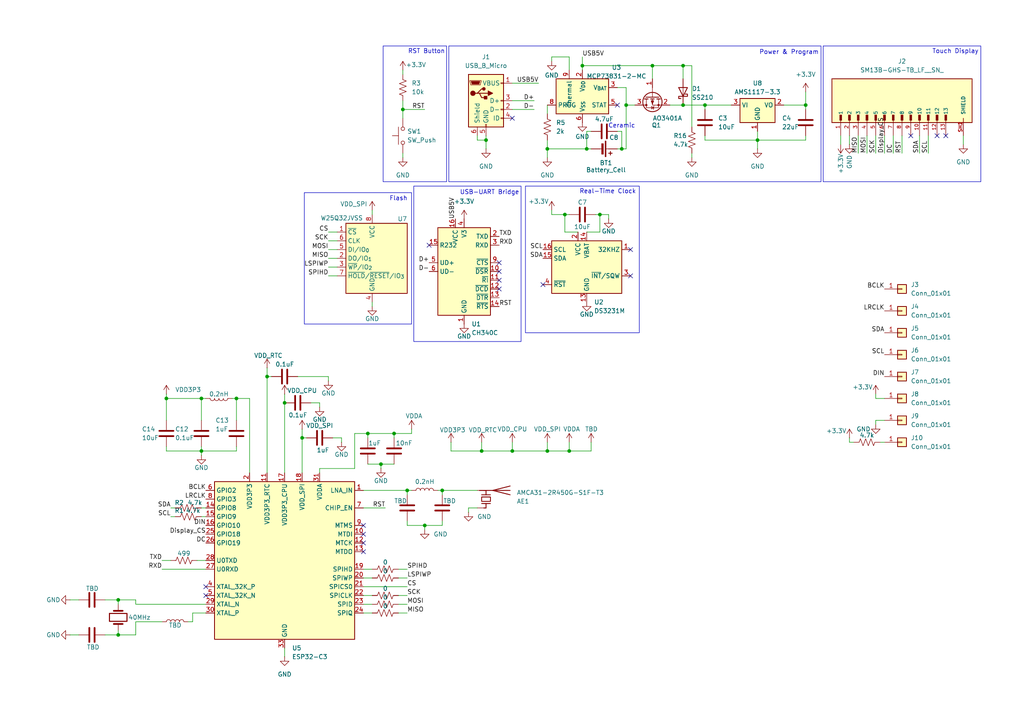
<source format=kicad_sch>
(kicad_sch (version 20250114) (generator "eeschema") (generator_version "9.0")
  (paper "A4")
  (rectangle (start 130.175 13.335) (end 238.125 52.705))
  (rectangle (start 120.015 53.975) (end 151.13 99.06))
  (rectangle (start 238.76 13.335) (end 284.48 52.705))
  (rectangle (start 88.265 55.88) (end 119.38 93.98))
  (rectangle (start 111.125 13.335) (end 129.54 52.705))
  (rectangle (start 152.4 53.975) (end 185.42 96.52))
  (text "Flash" (at 115.57 57.658 0) (effects (font (size 1.27 1.27))))
  (text "USB-UART Bridge" (at 141.986 55.88 0) (effects (font (size 1.27 1.27))))
  (text "Touch Display" (at 277.114 14.986 0) (effects (font (size 1.27 1.27))))
  (text "Power & Program" (at 228.854 15.24 0) (effects (font (size 1.27 1.27))))
  (text "Real-Time Clock" (at 176.276 55.626 0) (effects (font (size 1.27 1.27))))
  (text "Ceramic\n" (at 180.34 36.576 0) (effects (font (size 1.27 1.27))))
  (text "RST Button\n" (at 123.698 14.986 0) (effects (font (size 1.27 1.27))))
  (junction (at 34.29 184.15))
  (junction (at 118.11 142.24))
  (junction (at 68.58 115.57))
  (junction (at 165.1 130.81))
  (junction (at 163.83 62.23))
  (junction (at 170.18 43.18))
  (junction (at 139.7 130.81))
  (junction (at 123.19 152.4))
  (junction (at 198.12 19.05))
  (junction (at 173.99 62.23))
  (junction (at 77.47 109.22))
  (junction (at 140.97 40.64))
  (junction (at 204.47 30.48))
  (junction (at 110.49 134.62))
  (junction (at 58.42 115.57))
  (junction (at 87.63 127))
  (junction (at 158.75 43.18))
  (junction (at 233.68 30.48))
  (junction (at 48.26 115.57))
  (junction (at 116.84 31.75))
  (junction (at 106.68 125.73))
  (junction (at 128.27 142.24))
  (junction (at 148.59 130.81))
  (junction (at 168.91 19.05))
  (junction (at 158.75 130.81))
  (junction (at 180.34 43.18))
  (junction (at 34.29 173.99))
  (junction (at 82.55 116.84))
  (junction (at 198.12 30.48))
  (junction (at 58.42 130.81))
  (junction (at 181.61 30.48))
  (junction (at 189.23 19.05))
  (junction (at 219.71 40.64))
  (junction (at 114.3 125.73))
  (no_connect (at 124.46 71.12))
  (no_connect (at 105.41 157.48))
  (no_connect (at 144.78 76.2))
  (no_connect (at 144.78 78.74))
  (no_connect (at 182.88 80.01))
  (no_connect (at 148.59 34.29))
  (no_connect (at 179.07 30.48))
  (no_connect (at 157.48 82.55))
  (no_connect (at 271.78 39.37))
  (no_connect (at 264.16 39.37))
  (no_connect (at 105.41 160.02))
  (no_connect (at 59.69 170.18))
  (no_connect (at 144.78 83.82))
  (no_connect (at 59.69 172.72))
  (no_connect (at 105.41 154.94))
  (no_connect (at 144.78 81.28))
  (no_connect (at 274.32 39.37))
  (no_connect (at 105.41 152.4))
  (no_connect (at 182.88 72.39))
  (wire (pts (xy 48.26 130.81) (xy 58.42 130.81)))
  (wire (pts (xy 148.59 31.75) (xy 154.94 31.75)))
  (wire (pts (xy 198.12 19.05) (xy 198.12 22.86)))
  (wire (pts (xy 68.58 115.57) (xy 72.39 115.57)))
  (wire (pts (xy 95.25 77.47) (xy 97.79 77.47)))
  (wire (pts (xy 160.02 62.23) (xy 163.83 62.23)))
  (wire (pts (xy 200.66 19.05) (xy 198.12 19.05)))
  (wire (pts (xy 57.15 162.56) (xy 59.69 162.56)))
  (wire (pts (xy 138.43 40.64) (xy 140.97 40.64)))
  (wire (pts (xy 227.33 30.48) (xy 233.68 30.48)))
  (wire (pts (xy 168.91 19.05) (xy 168.91 20.32)))
  (wire (pts (xy 107.95 60.96) (xy 107.95 62.23)))
  (wire (pts (xy 233.68 30.48) (xy 233.68 31.75)))
  (wire (pts (xy 176.53 63.5) (xy 176.53 62.23)))
  (wire (pts (xy 106.68 125.73) (xy 106.68 127)))
  (wire (pts (xy 118.11 151.13) (xy 118.11 152.4)))
  (wire (pts (xy 68.58 130.81) (xy 68.58 129.54)))
  (wire (pts (xy 58.42 129.54) (xy 58.42 130.81)))
  (wire (pts (xy 77.47 109.22) (xy 78.74 109.22)))
  (wire (pts (xy 200.66 36.83) (xy 200.66 19.05)))
  (wire (pts (xy 123.19 153.67) (xy 123.19 152.4)))
  (wire (pts (xy 116.84 31.75) (xy 116.84 34.29)))
  (wire (pts (xy 115.57 172.72) (xy 118.11 172.72)))
  (wire (pts (xy 58.42 115.57) (xy 59.69 115.57)))
  (wire (pts (xy 39.37 180.34) (xy 39.37 184.15)))
  (wire (pts (xy 127 142.24) (xy 128.27 142.24)))
  (wire (pts (xy 158.75 130.81) (xy 148.59 130.81)))
  (wire (pts (xy 54.61 180.34) (xy 55.88 180.34)))
  (wire (pts (xy 116.84 31.75) (xy 123.19 31.75)))
  (wire (pts (xy 58.42 147.32) (xy 59.69 147.32)))
  (wire (pts (xy 39.37 175.26) (xy 59.69 175.26)))
  (wire (pts (xy 105.41 165.1) (xy 107.95 165.1)))
  (wire (pts (xy 87.63 127) (xy 87.63 137.16)))
  (wire (pts (xy 106.68 134.62) (xy 110.49 134.62)))
  (wire (pts (xy 173.99 62.23) (xy 172.72 62.23)))
  (wire (pts (xy 165.1 130.81) (xy 158.75 130.81)))
  (wire (pts (xy 34.29 184.15) (xy 39.37 184.15)))
  (wire (pts (xy 194.31 30.48) (xy 198.12 30.48)))
  (wire (pts (xy 86.36 109.22) (xy 95.25 109.22)))
  (wire (pts (xy 170.18 67.31) (xy 173.99 67.31)))
  (wire (pts (xy 233.68 26.67) (xy 233.68 30.48)))
  (wire (pts (xy 95.25 80.01) (xy 97.79 80.01)))
  (wire (pts (xy 46.99 180.34) (xy 39.37 180.34)))
  (wire (pts (xy 96.52 127) (xy 99.06 127)))
  (wire (pts (xy 254 39.37) (xy 254 44.45)))
  (wire (pts (xy 189.23 19.05) (xy 198.12 19.05)))
  (wire (pts (xy 49.53 147.32) (xy 50.8 147.32)))
  (wire (pts (xy 165.1 16.51) (xy 160.02 16.51)))
  (wire (pts (xy 82.55 116.84) (xy 82.55 137.16)))
  (wire (pts (xy 95.25 72.39) (xy 97.79 72.39)))
  (wire (pts (xy 255.27 128.27) (xy 256.54 128.27)))
  (wire (pts (xy 139.7 130.81) (xy 130.81 130.81)))
  (wire (pts (xy 171.45 43.18) (xy 170.18 43.18)))
  (wire (pts (xy 165.1 128.27) (xy 165.1 130.81)))
  (wire (pts (xy 48.26 115.57) (xy 58.42 115.57)))
  (wire (pts (xy 181.61 30.48) (xy 184.15 30.48)))
  (wire (pts (xy 181.61 25.4) (xy 181.61 30.48)))
  (wire (pts (xy 180.34 38.1) (xy 180.34 43.18)))
  (wire (pts (xy 105.41 167.64) (xy 107.95 167.64)))
  (wire (pts (xy 168.91 16.51) (xy 168.91 19.05)))
  (wire (pts (xy 82.55 187.96) (xy 82.55 190.5)))
  (wire (pts (xy 99.06 128.27) (xy 99.06 127)))
  (wire (pts (xy 269.24 39.37) (xy 269.24 44.45)))
  (wire (pts (xy 118.11 152.4) (xy 123.19 152.4)))
  (wire (pts (xy 135.89 147.32) (xy 135.89 148.59)))
  (wire (pts (xy 128.27 142.24) (xy 138.43 142.24)))
  (wire (pts (xy 105.41 170.18) (xy 118.11 170.18)))
  (wire (pts (xy 46.99 162.56) (xy 49.53 162.56)))
  (wire (pts (xy 168.91 19.05) (xy 189.23 19.05)))
  (wire (pts (xy 118.11 142.24) (xy 118.11 143.51)))
  (wire (pts (xy 219.71 40.64) (xy 233.68 40.64)))
  (wire (pts (xy 171.45 130.81) (xy 165.1 130.81)))
  (wire (pts (xy 115.57 165.1) (xy 118.11 165.1)))
  (wire (pts (xy 48.26 129.54) (xy 48.26 130.81)))
  (wire (pts (xy 95.25 67.31) (xy 97.79 67.31)))
  (wire (pts (xy 105.41 175.26) (xy 107.95 175.26)))
  (wire (pts (xy 148.59 29.21) (xy 154.94 29.21)))
  (wire (pts (xy 160.02 62.23) (xy 160.02 60.96)))
  (wire (pts (xy 128.27 142.24) (xy 128.27 143.51)))
  (wire (pts (xy 248.92 39.37) (xy 248.92 44.45)))
  (wire (pts (xy 92.71 135.89) (xy 92.71 137.16)))
  (wire (pts (xy 82.55 114.3) (xy 82.55 116.84)))
  (wire (pts (xy 30.48 173.99) (xy 34.29 173.99)))
  (wire (pts (xy 20.32 173.99) (xy 22.86 173.99)))
  (wire (pts (xy 115.57 177.8) (xy 118.11 177.8)))
  (wire (pts (xy 34.29 182.88) (xy 34.29 184.15)))
  (wire (pts (xy 20.32 184.15) (xy 22.86 184.15)))
  (wire (pts (xy 140.97 40.64) (xy 140.97 43.18)))
  (wire (pts (xy 158.75 128.27) (xy 158.75 130.81)))
  (wire (pts (xy 55.88 177.8) (xy 59.69 177.8)))
  (wire (pts (xy 114.3 125.73) (xy 114.3 127)))
  (wire (pts (xy 256.54 39.37) (xy 256.54 44.45)))
  (wire (pts (xy 39.37 173.99) (xy 34.29 173.99)))
  (wire (pts (xy 58.42 149.86) (xy 59.69 149.86)))
  (wire (pts (xy 259.08 39.37) (xy 259.08 44.45)))
  (wire (pts (xy 106.68 125.73) (xy 114.3 125.73)))
  (wire (pts (xy 266.7 39.37) (xy 266.7 44.45)))
  (wire (pts (xy 58.42 121.92) (xy 58.42 115.57)))
  (wire (pts (xy 92.71 116.84) (xy 92.71 118.11)))
  (wire (pts (xy 72.39 115.57) (xy 72.39 137.16)))
  (wire (pts (xy 163.83 62.23) (xy 165.1 62.23)))
  (wire (pts (xy 105.41 147.32) (xy 111.76 147.32)))
  (wire (pts (xy 170.18 43.18) (xy 158.75 43.18)))
  (wire (pts (xy 102.87 125.73) (xy 106.68 125.73)))
  (wire (pts (xy 46.99 165.1) (xy 59.69 165.1)))
  (wire (pts (xy 77.47 106.68) (xy 77.47 109.22)))
  (wire (pts (xy 171.45 38.1) (xy 170.18 38.1)))
  (wire (pts (xy 165.1 20.32) (xy 165.1 16.51)))
  (wire (pts (xy 158.75 40.64) (xy 158.75 43.18)))
  (wire (pts (xy 48.26 121.92) (xy 48.26 115.57)))
  (wire (pts (xy 233.68 39.37) (xy 233.68 40.64)))
  (wire (pts (xy 212.09 30.48) (xy 204.47 30.48)))
  (wire (pts (xy 110.49 134.62) (xy 110.49 135.89)))
  (wire (pts (xy 179.07 38.1) (xy 180.34 38.1)))
  (wire (pts (xy 115.57 167.64) (xy 118.11 167.64)))
  (wire (pts (xy 114.3 125.73) (xy 119.38 125.73)))
  (wire (pts (xy 160.02 16.51) (xy 160.02 17.78)))
  (wire (pts (xy 170.18 38.1) (xy 170.18 43.18)))
  (wire (pts (xy 246.38 128.27) (xy 247.65 128.27)))
  (wire (pts (xy 68.58 130.81) (xy 58.42 130.81)))
  (wire (pts (xy 204.47 30.48) (xy 204.47 31.75)))
  (wire (pts (xy 148.59 130.81) (xy 139.7 130.81)))
  (wire (pts (xy 171.45 128.27) (xy 171.45 130.81)))
  (wire (pts (xy 181.61 30.48) (xy 181.61 43.18)))
  (wire (pts (xy 77.47 109.22) (xy 77.47 137.16)))
  (wire (pts (xy 128.27 151.13) (xy 128.27 152.4)))
  (wire (pts (xy 279.4 39.37) (xy 279.4 41.91)))
  (wire (pts (xy 107.95 87.63) (xy 107.95 88.9)))
  (wire (pts (xy 198.12 30.48) (xy 204.47 30.48)))
  (wire (pts (xy 105.41 172.72) (xy 107.95 172.72)))
  (wire (pts (xy 87.63 127) (xy 88.9 127)))
  (wire (pts (xy 254 115.57) (xy 254 114.3)))
  (wire (pts (xy 105.41 177.8) (xy 107.95 177.8)))
  (wire (pts (xy 92.71 135.89) (xy 102.87 135.89)))
  (wire (pts (xy 148.59 24.13) (xy 156.21 24.13)))
  (wire (pts (xy 163.83 67.31) (xy 163.83 62.23)))
  (wire (pts (xy 116.84 20.32) (xy 116.84 21.59)))
  (wire (pts (xy 158.75 30.48) (xy 158.75 33.02)))
  (wire (pts (xy 110.49 134.62) (xy 114.3 134.62)))
  (wire (pts (xy 48.26 114.3) (xy 48.26 115.57)))
  (wire (pts (xy 87.63 124.46) (xy 87.63 127)))
  (wire (pts (xy 219.71 38.1) (xy 219.71 40.64)))
  (wire (pts (xy 90.17 116.84) (xy 92.71 116.84)))
  (wire (pts (xy 256.54 121.92) (xy 254 121.92)))
  (wire (pts (xy 58.42 130.81) (xy 58.42 132.08)))
  (wire (pts (xy 119.38 125.73) (xy 119.38 124.46)))
  (wire (pts (xy 200.66 44.45) (xy 200.66 45.72)))
  (wire (pts (xy 158.75 43.18) (xy 158.75 45.72)))
  (wire (pts (xy 34.29 175.26) (xy 34.29 173.99)))
  (wire (pts (xy 130.81 128.27) (xy 130.81 130.81)))
  (wire (pts (xy 95.25 69.85) (xy 97.79 69.85)))
  (wire (pts (xy 167.64 67.31) (xy 163.83 67.31)))
  (wire (pts (xy 39.37 175.26) (xy 39.37 173.99)))
  (wire (pts (xy 181.61 25.4) (xy 179.07 25.4)))
  (wire (pts (xy 219.71 40.64) (xy 219.71 43.18)))
  (wire (pts (xy 67.31 115.57) (xy 68.58 115.57)))
  (wire (pts (xy 116.84 44.45) (xy 116.84 45.72)))
  (wire (pts (xy 173.99 67.31) (xy 173.99 62.23)))
  (wire (pts (xy 138.43 39.37) (xy 138.43 40.64)))
  (wire (pts (xy 102.87 135.89) (xy 102.87 125.73)))
  (wire (pts (xy 243.84 39.37) (xy 243.84 41.91)))
  (wire (pts (xy 261.62 39.37) (xy 261.62 44.45)))
  (wire (pts (xy 115.57 175.26) (xy 118.11 175.26)))
  (wire (pts (xy 148.59 128.27) (xy 148.59 130.81)))
  (wire (pts (xy 246.38 127) (xy 246.38 128.27)))
  (wire (pts (xy 256.54 115.57) (xy 254 115.57)))
  (wire (pts (xy 68.58 115.57) (xy 68.58 121.92)))
  (wire (pts (xy 180.34 43.18) (xy 181.61 43.18)))
  (wire (pts (xy 140.97 39.37) (xy 140.97 40.64)))
  (wire (pts (xy 176.53 62.23) (xy 173.99 62.23)))
  (wire (pts (xy 204.47 39.37) (xy 204.47 40.64)))
  (wire (pts (xy 204.47 40.64) (xy 219.71 40.64)))
  (wire (pts (xy 254 121.92) (xy 254 123.19)))
  (wire (pts (xy 251.46 39.37) (xy 251.46 44.45)))
  (wire (pts (xy 95.25 74.93) (xy 97.79 74.93)))
  (wire (pts (xy 189.23 19.05) (xy 189.23 22.86)))
  (wire (pts (xy 55.88 180.34) (xy 55.88 177.8)))
  (wire (pts (xy 179.07 43.18) (xy 180.34 43.18)))
  (wire (pts (xy 49.53 149.86) (xy 50.8 149.86)))
  (wire (pts (xy 128.27 152.4) (xy 123.19 152.4)))
  (wire (pts (xy 105.41 142.24) (xy 118.11 142.24)))
  (wire (pts (xy 138.43 147.32) (xy 135.89 147.32)))
  (wire (pts (xy 30.48 184.15) (xy 34.29 184.15)))
  (wire (pts (xy 246.38 39.37) (xy 246.38 41.91)))
  (wire (pts (xy 116.84 29.21) (xy 116.84 31.75)))
  (wire (pts (xy 95.25 109.22) (xy 95.25 110.49)))
  (wire (pts (xy 118.11 142.24) (xy 119.38 142.24)))
  (wire (pts (xy 139.7 128.27) (xy 139.7 130.81)))
  (label "DC" (at 259.08 44.45 90))
  (label "MOSI" (at 251.46 44.45 90))
  (label "BCLK" (at 256.54 83.82 180))
  (label "SDA" (at 49.53 147.32 180))
  (label "SCK" (at 254 44.45 90))
  (label "MOSI" (at 95.25 72.39 180))
  (label "RXD" (at 144.78 71.12 0))
  (label "MISO" (at 248.92 44.45 90))
  (label "USB5V" (at 132.08 63.5 90))
  (label "SDA" (at 157.48 74.93 180))
  (label "LSPIWP" (at 95.25 77.47 180))
  (label "LRCLK" (at 59.69 144.78 180))
  (label "SCK" (at 95.25 69.85 180))
  (label "RXD" (at 46.99 165.1 180))
  (label "CS" (at 118.11 170.18 0))
  (label "LSPIWP" (at 118.11 167.64 0))
  (label "RST" (at 111.76 147.32 180))
  (label "RST" (at 144.78 88.9 0))
  (label "SPIHD" (at 118.11 165.1 0))
  (label "SCL" (at 269.24 44.45 90))
  (label "MOSI" (at 118.11 175.26 0))
  (label "MISO" (at 95.25 74.93 180))
  (label "BCLK" (at 59.69 142.24 180))
  (label "MISO" (at 118.11 177.8 0))
  (label "USB5V" (at 156.21 24.13 180))
  (label "SPIHD" (at 95.25 80.01 180))
  (label "SDA" (at 266.7 44.45 90))
  (label "TXD" (at 144.78 68.58 0))
  (label "DIN" (at 59.69 152.4 180))
  (label "Display_CS" (at 256.54 44.45 90))
  (label "D+" (at 124.46 76.2 180))
  (label "D+" (at 154.94 29.21 180))
  (label "TXD" (at 46.99 162.56 180))
  (label "SDA" (at 256.54 96.52 180))
  (label "SCL" (at 49.53 149.86 180))
  (label "DC" (at 59.69 157.48 180))
  (label "SCL" (at 256.54 102.87 180))
  (label "D-" (at 154.94 31.75 180))
  (label "SCK" (at 118.11 172.72 0))
  (label "LRCLK" (at 256.54 90.17 180))
  (label "RST" (at 261.62 44.45 90))
  (label "RST" (at 123.19 31.75 180))
  (label "SCL" (at 157.48 72.39 180))
  (label "DIN" (at 256.54 109.22 180))
  (label "USB5V" (at 168.91 16.51 0))
  (label "Display_CS" (at 59.69 154.94 180))
  (label "CS" (at 95.25 67.31 180))
  (label "D-" (at 124.46 78.74 180))
  (symbol (lib_id "Connector_Generic:Conn_01x01") (at 261.62 83.82 0) (unit 1)
    (property "Reference" "J3" (at 264.16 82.5499 0) (effects (justify left)))
    (property "Value" "Conn_01x01" (at 264.16 85.0899 0) (effects (justify left)))
    (property "Footprint" "Imports:1mm Pad" (effects (hide yes)))
    (property "Description" "Generic connector, single row, 01x01, script generated (kicad-library-utils/schlib/autogen/connector/)" (effects (hide yes)))
  )
  (symbol (lib_id "power:GND") (at 246.38 41.91 0) (unit 1)
    (property "Reference" "#PWR05" (effects (hide yes)))
    (property "Value" "GND" (at 246.38 46.99 90))
    (property "Description" "Power symbol creates a global label with name \"GND\" , ground" (effects (hide yes)))
  )
  (symbol (lib_id "power:GND") (at 176.53 63.5 0) (unit 1)
    (property "Reference" "#PWR051" (effects (hide yes)))
    (property "Value" "GND" (at 176.53 67.056 0))
    (property "Description" "Power symbol creates a global label with name \"GND\" , ground" (effects (hide yes)))
  )
  (symbol (lib_id "Device:C") (at 68.58 125.73 0) (unit 1)
    (property "Reference" "C13" (at 62.484 121.92 0) (effects (justify left)))
    (property "Value" "1uF" (at 62.484 124.46 0) (effects (justify left)))
    (property "Footprint" "Capacitor_SMD:C_0402_1005Metric" (effects (hide yes)))
    (property "Description" "Unpolarized capacitor" (effects (hide yes)))
  )
  (symbol (lib_id "Connector_Generic:Conn_01x01") (at 261.62 115.57 0) (unit 1)
    (property "Reference" "J8" (at 264.16 114.2999 0) (effects (justify left)))
    (property "Value" "Conn_01x01" (at 264.16 116.8399 0) (effects (justify left)))
    (property "Footprint" "Imports:1mm Pad" (effects (hide yes)))
    (property "Description" "Generic connector, single row, 01x01, script generated (kicad-library-utils/schlib/autogen/connector/)" (effects (hide yes)))
  )
  (symbol (lib_id "Connector_Generic:Conn_01x01") (at 261.62 128.27 0) (unit 1)
    (property "Reference" "J10" (at 264.16 126.9999 0) (effects (justify left)))
    (property "Value" "Conn_01x01" (at 264.16 129.5399 0) (effects (justify left)))
    (property "Footprint" "Imports:1mm Pad" (effects (hide yes)))
    (property "Description" "Generic connector, single row, 01x01, script generated (kicad-library-utils/schlib/autogen/connector/)" (effects (hide yes)))
  )
  (symbol (lib_id "power:GND") (at 123.19 153.67 0) (unit 1)
    (property "Reference" "#PWR012" (effects (hide yes)))
    (property "Value" "GND" (at 125.73 154.9399 0) (effects (justify left)))
    (property "Description" "Power symbol creates a global label with name \"GND\" , ground" (effects (hide yes)))
  )
  (symbol (lib_id "power:GND") (at 170.18 87.63 0) (unit 1)
    (property "Reference" "#PWR052" (effects (hide yes)))
    (property "Value" "GND" (at 170.18 91.186 0))
    (property "Description" "Power symbol creates a global label with name \"GND\" , ground" (effects (hide yes)))
  )
  (symbol (lib_id "Timer_RTC:DS3231M") (at 170.18 77.47 0) (unit 1)
    (property "Reference" "U2" (at 172.3233 87.63 0) (effects (justify left)))
    (property "Value" "DS3231M" (at 172.3233 90.17 0) (effects (justify left)))
    (property "Footprint" "Package_SO:SOIC-16W_7.5x10.3mm_P1.27mm" (effects (hide yes)))
    (property "Datasheet" "http://datasheets.maximintegrated.com/en/ds/DS3231.pdf" (effects (hide yes)))
    (property "Description" "Extremely Accurate I2C-Integrated RTC/TCXO/Crystal SOIC-16" (effects (hide yes)))
  )
  (symbol (lib_id "Device:C") (at 48.26 125.73 0) (unit 1)
    (property "Reference" "C14" (at 41.148 124.46 0) (effects (justify left)))
    (property "Value" "10uF" (at 41.148 127 0) (effects (justify left)))
    (property "Footprint" "Capacitor_SMD:C_0402_1005Metric" (effects (hide yes)))
    (property "Description" "Unpolarized capacitor" (effects (hide yes)))
  )
  (symbol (lib_id "power:GND") (at 58.42 132.08 0) (unit 1)
    (property "Reference" "#PWR032" (effects (hide yes)))
    (property "Value" "GND" (at 58.42 135.636 0))
    (property "Description" "Power symbol creates a global label with name \"GND\" , ground" (effects (hide yes)))
  )
  (symbol (lib_id "Imports:MCP73831-2-MC") (at 168.91 27.94 0) (unit 1)
    (property "Reference" "U3" (at 178.816 19.558 0))
    (property "Value" "MCP73831-2-MC" (at 178.816 22.098 0))
    (property "Footprint" "Package_DFN_QFN:DFN-8-1EP_3x2mm_P0.5mm_EP1.7x1.4mm" (effects (hide yes)))
    (property "Datasheet" "http://ww1.microchip.com/downloads/en/DeviceDoc/20001984g.pdf" (effects (hide yes)))
    (property "Description" "Single cell, Li-Ion/Li-Po charge management controller, 4.20V, Tri-State Status Output, in DFN-8 package" (effects (hide yes)))
  )
  (symbol (lib_id "power:+3.3V") (at 165.1 128.27 0) (unit 1)
    (property "Reference" "#PWR049" (effects (hide yes)))
    (property "Value" "VDDA" (at 163.322 124.46 0) (effects (justify left)))
    (property "Description" "Power symbol creates a global label with name \"+3.3V\"" (effects (hide yes)))
  )
  (symbol (lib_id "Device:C") (at 168.91 62.23 270) (unit 1)
    (property "Reference" "C7" (at 168.91 58.674 90))
    (property "Value" "10uF" (at 168.91 65.786 90))
    (property "Footprint" "Capacitor_SMD:C_0402_1005Metric" (effects (hide yes)))
    (property "Description" "Unpolarized capacitor" (effects (hide yes)))
  )
  (symbol (lib_id "Device:C") (at 175.26 38.1 270) (unit 1)
    (property "Reference" "C8" (at 178.054 39.878 90))
    (property "Value" "4.7uF" (at 175.26 34.544 90))
    (property "Footprint" "Capacitor_SMD:C_0402_1005Metric" (effects (hide yes)))
    (property "Description" "Unpolarized capacitor" (effects (hide yes)))
  )
  (symbol (lib_id "power:+3.3V") (at 82.55 114.3 0) (unit 1)
    (property "Reference" "#PWR036" (effects (hide yes)))
    (property "Value" "VDD_CPU" (at 87.63 113.284 0))
    (property "Description" "Power symbol creates a global label with name \"+3.3V\"" (effects (hide yes)))
  )
  (symbol (lib_id "Device:C") (at 58.42 125.73 0) (unit 1)
    (property "Reference" "C12" (at 50.8 124.46 0) (effects (justify left)))
    (property "Value" "0.1uF" (at 50.8 127 0) (effects (justify left)))
    (property "Footprint" "Capacitor_SMD:C_0402_1005Metric" (effects (hide yes)))
    (property "Description" "Unpolarized capacitor" (effects (hide yes)))
  )
  (symbol (lib_id "Device:C") (at 204.47 35.56 0) (unit 1)
    (property "Reference" "C3" (at 208.28 34.2899 0) (effects (justify left)))
    (property "Value" "10uF" (at 208.28 36.8299 0) (effects (justify left)))
    (property "Footprint" "Capacitor_SMD:C_0402_1005Metric" (effects (hide yes)))
    (property "Description" "Unpolarized capacitor" (effects (hide yes)))
  )
  (symbol (lib_id "Device:R_US") (at 54.61 149.86 90) (unit 1)
    (property "Reference" "R1" (at 53.34 148.082 90) (effects (justify left)))
    (property "Value" "4.7k" (at 58.166 148.082 90) (effects (justify left)))
    (property "Footprint" "Resistor_SMD:R_0402_1005Metric" (effects (hide yes)))
    (property "Description" "Resistor, US symbol" (effects (hide yes)))
  )
  (symbol (lib_id "Device:R_US") (at 200.66 40.64 0) (unit 1)
    (property "Reference" "R16" (at 195.326 39.37 0) (effects (justify left)))
    (property "Value" "4.7k" (at 195.326 41.91 0) (effects (justify left)))
    (property "Footprint" "Resistor_SMD:R_0402_1005Metric" (effects (hide yes)))
    (property "Description" "Resistor, US symbol" (effects (hide yes)))
  )
  (symbol (lib_id "Memory_Flash:W25Q32JVSS") (at 107.95 74.93 0) (unit 1)
    (property "Reference" "U7" (at 115.316 63.5 0) (effects (justify left)))
    (property "Value" "W25Q32JVSS" (at 92.964 63.246 0) (effects (justify left)))
    (property "Footprint" "Package_SO:SOIC-8_5.3x5.3mm_P1.27mm" (effects (hide yes)))
    (property "Datasheet" "http://www.winbond.com/resource-files/w25q32jv%20revg%2003272018%20plus.pdf" (effects (hide yes)))
    (property "Description" "32Mbit / 4MiB Serial Flash Memory, Standard/Dual/Quad SPI, 2.7-3.6V, SOIC-8 (208 mil)" (effects (hide yes)))
  )
  (symbol (lib_id "power:+3.3V") (at 130.81 128.27 0) (unit 1)
    (property "Reference" "#PWR048" (effects (hide yes)))
    (property "Value" "VDD3P3" (at 127.508 124.714 0) (effects (justify left)))
    (property "Description" "Power symbol creates a global label with name \"+3.3V\"" (effects (hide yes)))
  )
  (symbol (lib_id "Device:Battery_Cell") (at 173.99 43.18 270) (unit 1)
    (property "Reference" "BT1" (at 175.768 47.244 90))
    (property "Value" "Battery_Cell" (at 175.768 49.276 90))
    (property "Footprint" "Connector_PinHeader_1.00mm:PinHeader_1x02_P1.00mm_Vertical" (effects (hide yes)))
    (property "Description" "Single-cell battery" (effects (hide yes)))
  )
  (symbol (lib_id "Diode:SS210") (at 198.12 26.67 90) (unit 1)
    (property "Reference" "D1" (at 200.66 25.7174 90) (effects (justify right)))
    (property "Value" "SS210" (at 200.66 28.2574 90) (effects (justify right)))
    (property "Footprint" "Diode_SMD:D_SMA" (effects (hide yes)))
    (property "Datasheet" "https://www.wontop.com/uploadfiles/56/sort_excel/pdf/ss22.pdf" (effects (hide yes)))
    (property "Description" "100V 2A Schottky Diode, SMA" (effects (hide yes)))
  )
  (symbol (lib_id "power:GND") (at 99.06 128.27 0) (unit 1)
    (property "Reference" "#PWR038" (effects (hide yes)))
    (property "Value" "GND" (at 99.06 131.826 0))
    (property "Description" "Power symbol creates a global label with name \"GND\" , ground" (effects (hide yes)))
  )
  (symbol (lib_id "Regulator_Linear:AMS1117-3.3") (at 219.71 30.48 0) (unit 1)
    (property "Reference" "U8" (at 219.71 24.13 0))
    (property "Value" "AMS1117-3.3" (at 219.71 26.67 0))
    (property "Footprint" "Package_TO_SOT_SMD:SOT-223-3_TabPin2" (effects (hide yes)))
    (property "Datasheet" "http://www.advanced-monolithic.com/pdf/ds1117.pdf" (effects (hide yes)))
    (property "Description" "1A Low Dropout regulator, positive, 3.3V fixed output, SOT-223" (effects (hide yes)))
  )
  (symbol (lib_id "power:+3.3V") (at 77.47 106.68 0) (unit 1)
    (property "Reference" "#PWR033" (effects (hide yes)))
    (property "Value" "VDD_RTC" (at 73.66 103.124 0) (effects (justify left)))
    (property "Description" "Power symbol creates a global label with name \"+3.3V\"" (effects (hide yes)))
  )
  (symbol (lib_id "MCU_Espressif:ESP32-C3") (at 82.55 162.56 0) (unit 1)
    (property "Reference" "U5" (at 84.6933 187.96 0) (effects (justify left)))
    (property "Value" "ESP32-C3" (at 84.6933 190.5 0) (effects (justify left)))
    (property "Footprint" "Package_DFN_QFN:QFN-32-1EP_5x5mm_P0.5mm_EP3.7x3.7mm" (effects (hide yes)))
    (property "Datasheet" "https://www.espressif.com/sites/default/files/documentation/esp32-c3_datasheet_en.pdf" (effects (hide yes)))
    (property "Description" "RF Module, ESP32 SoC, RISC-V, WiFi 802.11b/n/g, Bluetooth LE 5, QFN32" (effects (hide yes)))
  )
  (symbol (lib_id "Device:C") (at 128.27 147.32 0) (unit 1)
    (property "Reference" "C11" (effects (hide yes)))
    (property "Value" "TBD" (at 128.524 145.288 0) (effects (justify left)))
    (property "Footprint" "Capacitor_SMD:C_0402_1005Metric" (effects (hide yes)))
    (property "Description" "Unpolarized capacitor" (effects (hide yes)))
  )
  (symbol (lib_id "Device:C") (at 233.68 35.56 180) (unit 1)
    (property "Reference" "C4" (at 226.822 34.29 0) (effects (justify right)))
    (property "Value" "22uF" (at 226.822 36.83 0) (effects (justify right)))
    (property "Footprint" "Capacitor_SMD:C_0402_1005Metric" (effects (hide yes)))
    (property "Description" "Unpolarized capacitor" (effects (hide yes)))
  )
  (symbol (lib_id "power:GND") (at 110.49 135.89 0) (unit 1)
    (property "Reference" "#PWR040" (effects (hide yes)))
    (property "Value" "GND" (at 110.49 139.446 0))
    (property "Description" "Power symbol creates a global label with name \"GND\" , ground" (effects (hide yes)))
  )
  (symbol (lib_id "Device:C") (at 106.68 130.81 180) (unit 1)
    (property "Reference" "C18" (effects (hide yes)))
    (property "Value" "1uF" (at 110.49 128.524 0) (effects (justify left)))
    (property "Footprint" "Capacitor_SMD:C_0402_1005Metric" (effects (hide yes)))
    (property "Description" "Unpolarized capacitor" (effects (hide yes)))
  )
  (symbol (lib_id "Connector_Generic:Conn_01x01") (at 261.62 121.92 0) (unit 1)
    (property "Reference" "J9" (at 264.16 120.6499 0) (effects (justify left)))
    (property "Value" "Conn_01x01" (at 264.16 123.1899 0) (effects (justify left)))
    (property "Footprint" "Imports:1mm Pad" (effects (hide yes)))
    (property "Description" "Generic connector, single row, 01x01, script generated (kicad-library-utils/schlib/autogen/connector/)" (effects (hide yes)))
  )
  (symbol (lib_id "power:GND") (at 82.55 190.5 0) (unit 1)
    (property "Reference" "#PWR023" (effects (hide yes)))
    (property "Value" "GND" (at 82.55 195.58 0))
    (property "Description" "Power symbol creates a global label with name \"GND\" , ground" (effects (hide yes)))
  )
  (symbol (lib_id "power:+3.3V") (at 171.45 128.27 0) (unit 1)
    (property "Reference" "#PWR050" (effects (hide yes)))
    (property "Value" "TBD" (at 169.672 124.46 0) (effects (justify left)))
    (property "Description" "Power symbol creates a global label with name \"+3.3V\"" (effects (hide yes)))
  )
  (symbol (lib_id "power:GND") (at 20.32 184.15 270) (unit 1)
    (property "Reference" "#PWR044" (effects (hide yes)))
    (property "Value" "GND" (at 17.526 184.15 90) (effects (justify right)))
    (property "Description" "Power symbol creates a global label with name \"GND\" , ground" (effects (hide yes)))
  )
  (symbol (lib_id "power:GND") (at 135.89 148.59 0) (unit 1)
    (property "Reference" "#PWR055" (effects (hide yes)))
    (property "Value" "GND" (at 138.43 149.8599 0) (effects (justify left)))
    (property "Description" "Power symbol creates a global label with name \"GND\" , ground" (effects (hide yes)))
  )
  (symbol (lib_id "Connector:USB_B_Micro") (at 140.97 29.21 0) (unit 1)
    (property "Reference" "J1" (at 140.97 16.51 0))
    (property "Value" "USB_B_Micro" (at 140.97 19.05 0))
    (property "Footprint" "Connector_USB:USB_Micro-B_Molex-105017-0001" (effects (hide yes)))
    (property "Description" "USB Micro Type B connector" (effects (hide yes)))
  )
  (symbol (lib_id "power:+3.3V") (at 148.59 128.27 0) (unit 1)
    (property "Reference" "#PWR047" (effects (hide yes)))
    (property "Value" "VDD_CPU" (at 148.59 124.46 0))
    (property "Description" "Power symbol creates a global label with name \"+3.3V\"" (effects (hide yes)))
  )
  (symbol (lib_id "power:+3.3V") (at 87.63 124.46 0) (unit 1)
    (property "Reference" "#PWR037" (effects (hide yes)))
    (property "Value" "VDD_SPI" (at 92.71 123.444 0))
    (property "Description" "Power symbol creates a global label with name \"+3.3V\"" (effects (hide yes)))
  )
  (symbol (lib_id "Device:C") (at 118.11 147.32 0) (unit 1)
    (property "Reference" "C10" (effects (hide yes)))
    (property "Value" "TBD" (at 114.3 145.288 0) (effects (justify left)))
    (property "Footprint" "Capacitor_SMD:C_0402_1005Metric" (effects (hide yes)))
    (property "Description" "Unpolarized capacitor" (effects (hide yes)))
  )
  (symbol (lib_id "power:GND") (at 200.66 45.72 0) (unit 1)
    (property "Reference" "#PWR054" (effects (hide yes)))
    (property "Value" "GND" (at 200.66 50.8 0))
    (property "Description" "Power symbol creates a global label with name \"GND\" , ground" (effects (hide yes)))
  )
  (symbol (lib_id "Device:C") (at 92.71 127 90) (unit 1)
    (property "Reference" "C17" (effects (hide yes)))
    (property "Value" "1uF" (at 95.504 130.556 90) (effects (justify left)))
    (property "Footprint" "Capacitor_SMD:C_0402_1005Metric" (effects (hide yes)))
    (property "Description" "Unpolarized capacitor" (effects (hide yes)))
  )
  (symbol (lib_id "Device:C") (at 114.3 130.81 180) (unit 1)
    (property "Reference" "C19" (effects (hide yes)))
    (property "Value" "10nF" (at 119.634 128.524 0) (effects (justify left)))
    (property "Footprint" "Capacitor_SMD:C_0402_1005Metric" (effects (hide yes)))
    (property "Description" "Unpolarized capacitor" (effects (hide yes)))
  )
  (symbol (lib_id "power:+3.3V") (at 116.84 20.32 0) (unit 1)
    (property "Reference" "#PWR019" (effects (hide yes)))
    (property "Value" "+3.3V" (at 120.65 18.796 0))
    (property "Description" "Power symbol creates a global label with name \"+3.3V\"" (effects (hide yes)))
  )
  (symbol (lib_id "Device:R_US") (at 251.46 128.27 90) (unit 1)
    (property "Reference" "R4" (effects (hide yes)))
    (property "Value" "4.7k" (at 251.46 126.238 90))
    (property "Footprint" "Resistor_SMD:R_0402_1005Metric" (effects (hide yes)))
    (property "Description" "Resistor, US symbol" (effects (hide yes)))
  )
  (symbol (lib_id "power:GND") (at 20.32 173.99 270) (unit 1)
    (property "Reference" "#PWR043" (effects (hide yes)))
    (property "Value" "GND" (at 17.526 173.99 90) (effects (justify right)))
    (property "Description" "Power symbol creates a global label with name \"GND\" , ground" (effects (hide yes)))
  )
  (symbol (lib_id "power:GND") (at 107.95 88.9 0) (unit 1)
    (property "Reference" "#PWR042" (effects (hide yes)))
    (property "Value" "GND" (at 107.95 92.456 0))
    (property "Description" "Power symbol creates a global label with name \"GND\" , ground" (effects (hide yes)))
  )
  (symbol (lib_id "Device:C") (at 26.67 184.15 270) (unit 1)
    (property "Reference" "C21" (effects (hide yes)))
    (property "Value" "TBD" (at 25.146 187.706 90) (effects (justify left)))
    (property "Footprint" "Capacitor_SMD:C_0402_1005Metric" (effects (hide yes)))
    (property "Description" "Unpolarized capacitor" (effects (hide yes)))
  )
  (symbol (lib_id "Device:R_US") (at 54.61 147.32 90) (unit 1)
    (property "Reference" "R2" (at 53.34 145.796 90) (effects (justify left)))
    (property "Value" "4.7k" (at 58.674 145.796 90) (effects (justify left)))
    (property "Footprint" "Resistor_SMD:R_0402_1005Metric" (effects (hide yes)))
    (property "Description" "Resistor, US symbol" (effects (hide yes)))
  )
  (symbol (lib_id "power:+3.3V") (at 134.62 63.5 0) (unit 1)
    (property "Reference" "#PWR09" (effects (hide yes)))
    (property "Value" "+3.3V" (at 134.62 58.42 0))
    (property "Description" "Power symbol creates a global label with name \"+3.3V\"" (effects (hide yes)))
  )
  (symbol (lib_id "power:+3.3V") (at 139.7 128.27 0) (unit 1)
    (property "Reference" "#PWR045" (effects (hide yes)))
    (property "Value" "VDD_RTC" (at 135.89 124.714 0) (effects (justify left)))
    (property "Description" "Power symbol creates a global label with name \"+3.3V\"" (effects (hide yes)))
  )
  (symbol (lib_id "Device:R_US") (at 53.34 162.56 90) (unit 1)
    (property "Reference" "R14" (effects (hide yes)))
    (property "Value" "499" (at 53.34 160.528 90))
    (property "Footprint" "Resistor_SMD:R_0402_1005Metric" (effects (hide yes)))
    (property "Description" "Resistor, US symbol" (effects (hide yes)))
  )
  (symbol (lib_id "SM13B-GHS-TB_LF__SN_:SM13B-GHS-TB_LF__SN_") (at 261.62 29.21 90) (unit 1)
    (property "Reference" "J2" (at 261.62 17.78 90))
    (property "Value" "SM13B-GHS-TB_LF__SN_" (at 261.62 20.32 90))
    (property "Footprint" "Imports:JST_SM13B-GHS-TB_LF__SN_" (effects (hide yes)))
    (property "MF" "JST" (effects (hide yes)))
    (property "MAXIMUM_PACKAGE_HEIGHT" "4.25mm" (effects (hide yes)))
    (property "Package" "None" (effects (hide yes)))
    (property "Price" "None" (effects (hide yes)))
    (property "Check_prices" "https://www.snapeda.com/parts/SM13B-GHS-TB(LF)(SN)/JST/view-part/?ref=eda" (effects (hide yes)))
    (property "STANDARD" "Manufacturer Recommendations" (effects (hide yes)))
    (property "PARTREV" "18/3/21" (effects (hide yes)))
    (property "SnapEDA_Link" "https://www.snapeda.com/parts/SM13B-GHS-TB(LF)(SN)/JST/view-part/?ref=snap" (effects (hide yes)))
    (property "MP" "SM13B-GHS-TB(LF)(SN)" (effects (hide yes)))
    (property "Description_1" "Connector Header Surface Mount, Right Angle 13 position 0.049 (1.25mm)" (effects (hide yes)))
    (property "Availability" "In Stock" (effects (hide yes)))
    (property "MANUFACTURER" "JST" (effects (hide yes)))
  )
  (symbol (lib_id "power:GND") (at 158.75 45.72 0) (unit 1)
    (property "Reference" "#PWR029" (effects (hide yes)))
    (property "Value" "GND" (at 158.75 50.8 0))
    (property "Description" "Power symbol creates a global label with name \"GND\" , ground" (effects (hide yes)))
  )
  (symbol (lib_id "Connector_Generic:Conn_01x01") (at 261.62 96.52 0) (unit 1)
    (property "Reference" "J5" (at 264.16 95.2499 0) (effects (justify left)))
    (property "Value" "Conn_01x01" (at 264.16 97.7899 0) (effects (justify left)))
    (property "Footprint" "Imports:1mm Pad" (effects (hide yes)))
    (property "Description" "Generic connector, single row, 01x01, script generated (kicad-library-utils/schlib/autogen/connector/)" (effects (hide yes)))
  )
  (symbol (lib_id "power:+3.3V") (at 246.38 127 0) (unit 1)
    (property "Reference" "#PWR06" (effects (hide yes)))
    (property "Value" "+3.3V" (at 242.57 124.968 0))
    (property "Description" "Power symbol creates a global label with name \"+3.3V\"" (effects (hide yes)))
  )
  (symbol (lib_id "Switch:SW_Push") (at 116.84 39.37 90) (unit 1)
    (property "Reference" "SW1" (at 118.11 38.0999 90) (effects (justify right)))
    (property "Value" "SW_Push" (at 118.11 40.6399 90) (effects (justify right)))
    (property "Footprint" "Button_Switch_SMD:SW_SPST_TL3342" (effects (hide yes)))
    (property "Description" "Push button switch, generic, two pins" (effects (hide yes)))
  )
  (symbol (lib_id "Device:R_US") (at 111.76 165.1 90) (unit 1)
    (property "Reference" "R9" (effects (hide yes)))
    (property "Value" "0" (at 111.76 163.068 90))
    (property "Footprint" "Resistor_SMD:R_0402_1005Metric" (effects (hide yes)))
    (property "Description" "Resistor, US symbol" (effects (hide yes)))
  )
  (symbol (lib_id "Connector_Generic:Conn_01x01") (at 261.62 109.22 0) (unit 1)
    (property "Reference" "J7" (at 264.16 107.9499 0) (effects (justify left)))
    (property "Value" "Conn_01x01" (at 264.16 110.4899 0) (effects (justify left)))
    (property "Footprint" "Imports:1mm Pad" (effects (hide yes)))
    (property "Description" "Generic connector, single row, 01x01, script generated (kicad-library-utils/schlib/autogen/connector/)" (effects (hide yes)))
  )
  (symbol (lib_id "power:+3.3V") (at 48.26 114.3 0) (unit 1)
    (property "Reference" "#PWR022" (effects (hide yes)))
    (property "Value" "VDD3P3" (at 50.8 113.0299 0) (effects (justify left)))
    (property "Description" "Power symbol creates a global label with name \"+3.3V\"" (effects (hide yes)))
  )
  (symbol (lib_id "Device:R_US") (at 158.75 36.83 0) (unit 1)
    (property "Reference" "R5" (at 161.29 35.5599 0) (effects (justify left)))
    (property "Value" "2k" (at 161.29 38.0999 0) (effects (justify left)))
    (property "Footprint" "Resistor_SMD:R_0402_1005Metric" (effects (hide yes)))
    (property "Description" "Resistor, US symbol" (effects (hide yes)))
  )
  (symbol (lib_id "Device:Antenna_Chip") (at 140.97 144.78 270) (mirror x) (unit 1)
    (property "Reference" "AE1" (at 149.86 145.4151 90) (effects (justify left)))
    (property "Value" "AMCA31-2R450G-S1F-T3" (at 149.86 142.8751 90) (effects (justify left)))
    (property "Footprint" "Imports:XDCR_AMCA31-2R450G-S1F-T3" (effects (hide yes)))
    (property "Description" "Ceramic chip antenna with pin for PCB trace" (effects (hide yes)))
  )
  (symbol (lib_id "power:+3.3V") (at 119.38 124.46 0) (unit 1)
    (property "Reference" "#PWR039" (effects (hide yes)))
    (property "Value" "VDDA" (at 117.602 120.65 0) (effects (justify left)))
    (property "Description" "Power symbol creates a global label with name \"+3.3V\"" (effects (hide yes)))
  )
  (symbol (lib_id "Device:R_US") (at 111.76 177.8 90) (unit 1)
    (property "Reference" "R13" (effects (hide yes)))
    (property "Value" "0" (at 111.76 175.768 90))
    (property "Footprint" "Resistor_SMD:R_0402_1005Metric" (effects (hide yes)))
    (property "Description" "Resistor, US symbol" (effects (hide yes)))
  )
  (symbol (lib_id "power:GND") (at 254 123.19 0) (unit 1)
    (property "Reference" "#PWR03" (effects (hide yes)))
    (property "Value" "GND" (at 250.444 124.46 0))
    (property "Description" "Power symbol creates a global label with name \"GND\" , ground" (effects (hide yes)))
  )
  (symbol (lib_id "power:GND") (at 279.4 41.91 0) (unit 1)
    (property "Reference" "#PWR08" (effects (hide yes)))
    (property "Value" "GND" (at 279.4 46.99 0))
    (property "Description" "Power symbol creates a global label with name \"GND\" , ground" (effects (hide yes)))
  )
  (symbol (lib_id "power:GND") (at 219.71 43.18 0) (unit 1)
    (property "Reference" "#PWR026" (effects (hide yes)))
    (property "Value" "GND" (at 219.71 48.26 0))
    (property "Description" "Power symbol creates a global label with name \"GND\" , ground" (effects (hide yes)))
  )
  (symbol (lib_id "Device:R_US") (at 111.76 175.26 90) (unit 1)
    (property "Reference" "R12" (effects (hide yes)))
    (property "Value" "0" (at 111.76 173.228 90))
    (property "Footprint" "Resistor_SMD:R_0402_1005Metric" (effects (hide yes)))
    (property "Description" "Resistor, US symbol" (effects (hide yes)))
  )
  (symbol (lib_id "Device:C") (at 86.36 116.84 90) (unit 1)
    (property "Reference" "C16" (effects (hide yes)))
    (property "Value" "0.1uF" (at 89.154 120.396 90) (effects (justify left)))
    (property "Footprint" "Capacitor_SMD:C_0402_1005Metric" (effects (hide yes)))
    (property "Description" "Unpolarized capacitor" (effects (hide yes)))
  )
  (symbol (lib_id "Device:R_US") (at 111.76 167.64 90) (unit 1)
    (property "Reference" "R10" (effects (hide yes)))
    (property "Value" "0" (at 111.76 165.608 90))
    (property "Footprint" "Resistor_SMD:R_0402_1005Metric" (effects (hide yes)))
    (property "Description" "Resistor, US symbol" (effects (hide yes)))
  )
  (symbol (lib_id "power:GND") (at 95.25 110.49 0) (unit 1)
    (property "Reference" "#PWR034" (effects (hide yes)))
    (property "Value" "GND" (at 95.25 114.046 0))
    (property "Description" "Power symbol creates a global label with name \"GND\" , ground" (effects (hide yes)))
  )
  (symbol (lib_id "Device:C") (at 26.67 173.99 270) (unit 1)
    (property "Reference" "C20" (effects (hide yes)))
    (property "Value" "TBD" (at 24.892 170.688 90) (effects (justify left)))
    (property "Footprint" "Capacitor_SMD:C_0402_1005Metric" (effects (hide yes)))
    (property "Description" "Unpolarized capacitor" (effects (hide yes)))
  )
  (symbol (lib_id "Interface_USB:CH340C") (at 134.62 78.74 0) (unit 1)
    (property "Reference" "U1" (at 136.7633 93.98 0) (effects (justify left)))
    (property "Value" "CH340C" (at 136.7633 96.52 0) (effects (justify left)))
    (property "Footprint" "Package_SO:SOIC-16_3.9x9.9mm_P1.27mm" (effects (hide yes)))
    (property "Datasheet" "https://datasheet.lcsc.com/szlcsc/Jiangsu-Qin-Heng-CH340C_C84681.pdf" (effects (hide yes)))
    (property "Description" "USB serial converter, crystal-less, UART, SOIC-16" (effects (hide yes)))
  )
  (symbol (lib_id "Device:L") (at 50.8 180.34 90) (unit 1)
    (property "Reference" "L3" (effects (hide yes)))
    (property "Value" "TBD" (at 50.8 181.356 90))
    (property "Footprint" "Inductor_SMD:L_0402_1005Metric" (effects (hide yes)))
    (property "Description" "Inductor" (effects (hide yes)))
  )
  (symbol (lib_id "power:+3.3V") (at 243.84 41.91 180) (unit 1)
    (property "Reference" "#PWR04" (effects (hide yes)))
    (property "Value" "+3.3V" (at 243.84 47.498 90))
    (property "Description" "Power symbol creates a global label with name \"+3.3V\"" (effects (hide yes)))
  )
  (symbol (lib_id "power:GND") (at 92.71 118.11 0) (unit 1)
    (property "Reference" "#PWR035" (effects (hide yes)))
    (property "Value" "GND" (at 92.71 121.666 0))
    (property "Description" "Power symbol creates a global label with name \"GND\" , ground" (effects (hide yes)))
  )
  (symbol (lib_id "power:+3.3V") (at 107.95 60.96 0) (unit 1)
    (property "Reference" "#PWR041" (effects (hide yes)))
    (property "Value" "VDD_SPI" (at 102.616 59.182 0))
    (property "Description" "Power symbol creates a global label with name \"+3.3V\"" (effects (hide yes)))
  )
  (symbol (lib_id "Device:C") (at 82.55 109.22 90) (unit 1)
    (property "Reference" "C15" (effects (hide yes)))
    (property "Value" "0.1uF" (at 85.344 105.664 90) (effects (justify left)))
    (property "Footprint" "Capacitor_SMD:C_0402_1005Metric" (effects (hide yes)))
    (property "Description" "Unpolarized capacitor" (effects (hide yes)))
  )
  (symbol (lib_id "power:+3.3V") (at 254 114.3 0) (unit 1)
    (property "Reference" "#PWR02" (effects (hide yes)))
    (property "Value" "+3.3V" (at 250.19 112.268 0))
    (property "Description" "Power symbol creates a global label with name \"+3.3V\"" (effects (hide yes)))
  )
  (symbol (lib_id "power:GND") (at 140.97 43.18 0) (unit 1)
    (property "Reference" "#PWR028" (effects (hide yes)))
    (property "Value" "GND" (at 140.97 48.26 0))
    (property "Description" "Power symbol creates a global label with name \"GND\" , ground" (effects (hide yes)))
  )
  (symbol (lib_id "power:GND") (at 160.02 17.78 0) (unit 1)
    (property "Reference" "#PWR01" (effects (hide yes)))
    (property "Value" "GND" (at 160.02 21.844 0))
    (property "Description" "Power symbol creates a global label with name \"GND\" , ground" (effects (hide yes)))
  )
  (symbol (lib_id "power:GND") (at 116.84 45.72 0) (unit 1)
    (property "Reference" "#PWR020" (effects (hide yes)))
    (property "Value" "GND" (at 116.84 50.8 0))
    (property "Description" "Power symbol creates a global label with name \"GND\" , ground" (effects (hide yes)))
  )
  (symbol (lib_id "Device:L") (at 63.5 115.57 270) (unit 1)
    (property "Reference" "L2" (effects (hide yes)))
    (property "Value" "0.2nH" (at 63.5 114.3 90))
    (property "Footprint" "Inductor_SMD:L_0402_1005Metric" (effects (hide yes)))
    (property "Description" "Inductor" (effects (hide yes)))
  )
  (symbol (lib_id "Connector_Generic:Conn_01x01") (at 261.62 90.17 0) (unit 1)
    (property "Reference" "J4" (at 264.16 88.8999 0) (effects (justify left)))
    (property "Value" "Conn_01x01" (at 264.16 91.4399 0) (effects (justify left)))
    (property "Footprint" "Imports:1mm Pad" (effects (hide yes)))
    (property "Description" "Generic connector, single row, 01x01, script generated (kicad-library-utils/schlib/autogen/connector/)" (effects (hide yes)))
  )
  (symbol (lib_id "power:+3.3V") (at 233.68 26.67 0) (unit 1)
    (property "Reference" "#PWR027" (effects (hide yes)))
    (property "Value" "+3.3V" (at 233.68 21.59 0))
    (property "Description" "Power symbol creates a global label with name \"+3.3V\"" (effects (hide yes)))
  )
  (symbol (lib_id "power:+3.3V") (at 158.75 128.27 0) (unit 1)
    (property "Reference" "#PWR046" (effects (hide yes)))
    (property "Value" "VDD_SPI" (at 158.75 124.46 0))
    (property "Description" "Power symbol creates a global label with name \"+3.3V\"" (effects (hide yes)))
  )
  (symbol (lib_id "Device:Crystal") (at 34.29 179.07 90) (unit 1)
    (property "Reference" "Y1" (effects (hide yes)))
    (property "Value" "40MHz" (at 43.688 179.07 90) (effects (justify left)))
    (property "Footprint" "Crystal:Crystal_SMD_3215-2Pin_3.2x1.5mm" (effects (hide yes)))
    (property "Description" "Two pin crystal" (effects (hide yes)))
  )
  (symbol (lib_id "Device:R_US") (at 111.76 172.72 90) (unit 1)
    (property "Reference" "R11" (effects (hide yes)))
    (property "Value" "0" (at 111.76 170.688 90))
    (property "Footprint" "Resistor_SMD:R_0402_1005Metric" (effects (hide yes)))
    (property "Description" "Resistor, US symbol" (effects (hide yes)))
  )
  (symbol (lib_id "power:GND") (at 168.91 35.56 0) (unit 1)
    (property "Reference" "#PWR053" (effects (hide yes)))
    (property "Value" "GND" (at 168.91 39.624 0))
    (property "Description" "Power symbol creates a global label with name \"GND\" , ground" (effects (hide yes)))
  )
  (symbol (lib_id "Device:R_US") (at 116.84 25.4 0) (unit 1)
    (property "Reference" "R3" (at 119.38 24.1299 0) (effects (justify left)))
    (property "Value" "10k" (at 119.38 26.6699 0) (effects (justify left)))
    (property "Footprint" "Resistor_SMD:R_0402_1005Metric" (effects (hide yes)))
    (property "Description" "Resistor, US symbol" (effects (hide yes)))
  )
  (symbol (lib_id "Connector_Generic:Conn_01x01") (at 261.62 102.87 0) (unit 1)
    (property "Reference" "J6" (at 264.16 101.5999 0) (effects (justify left)))
    (property "Value" "Conn_01x01" (at 264.16 104.1399 0) (effects (justify left)))
    (property "Footprint" "Imports:1mm Pad" (effects (hide yes)))
    (property "Description" "Generic connector, single row, 01x01, script generated (kicad-library-utils/schlib/autogen/connector/)" (effects (hide yes)))
  )
  (symbol (lib_id "Device:L") (at 123.19 142.24 90) (unit 1)
    (property "Reference" "L1" (effects (hide yes)))
    (property "Value" "0.2nH" (at 123.19 139.7 90))
    (property "Footprint" "Inductor_SMD:L_0402_1005Metric" (effects (hide yes)))
    (property "Description" "Inductor" (effects (hide yes)))
  )
  (symbol (lib_id "Transistor_FET:AO3401A") (at 189.23 27.94 90) (mirror x) (unit 1)
    (property "Reference" "Q1" (at 191.77 36.322 90) (effects (justify left)))
    (property "Value" "AO3401A" (at 197.866 34.29 90) (effects (justify left)))
    (property "Footprint" "Package_TO_SOT_SMD:SOT-23" (effects (hide yes)))
    (property "Datasheet" "http://www.aosmd.com/pdfs/datasheet/AO3401A.pdf" (effects (hide yes)))
    (property "Description" "-4.0A Id, -30V Vds, P-Channel MOSFET, SOT-23" (effects (hide yes)))
  )
  (symbol (lib_id "power:+3.3V") (at 160.02 60.96 0) (unit 1)
    (property "Reference" "#PWR017" (effects (hide yes)))
    (property "Value" "+3.3V" (at 156.21 58.42 0))
    (property "Description" "Power symbol creates a global label with name \"+3.3V\"" (effects (hide yes)))
  )
  (symbol (lib_id "power:GND") (at 134.62 93.98 0) (unit 1)
    (property "Reference" "#PWR015" (effects (hide yes)))
    (property "Value" "GND" (at 134.62 97.536 0))
    (property "Description" "Power symbol creates a global label with name \"GND\" , ground" (effects (hide yes)))
  )
)
</source>
